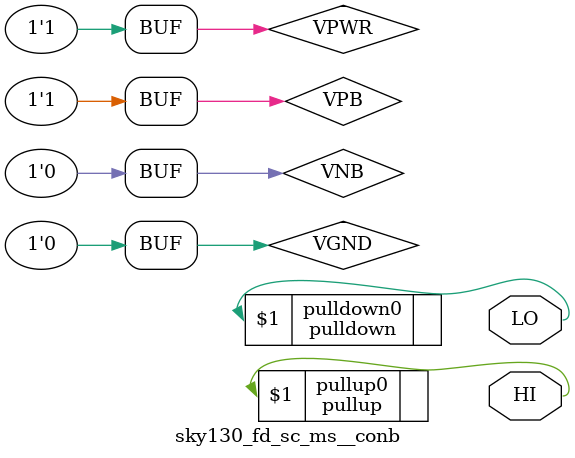
<source format=v>
/*
 * Copyright 2020 The SkyWater PDK Authors
 *
 * Licensed under the Apache License, Version 2.0 (the "License");
 * you may not use this file except in compliance with the License.
 * You may obtain a copy of the License at
 *
 *     https://www.apache.org/licenses/LICENSE-2.0
 *
 * Unless required by applicable law or agreed to in writing, software
 * distributed under the License is distributed on an "AS IS" BASIS,
 * WITHOUT WARRANTIES OR CONDITIONS OF ANY KIND, either express or implied.
 * See the License for the specific language governing permissions and
 * limitations under the License.
 *
 * SPDX-License-Identifier: Apache-2.0
*/


`ifndef SKY130_FD_SC_MS__CONB_TIMING_V
`define SKY130_FD_SC_MS__CONB_TIMING_V

/**
 * conb: Constant value, low, high outputs.
 *
 * Verilog simulation timing model.
 */

`timescale 1ns / 1ps
`default_nettype none

`celldefine
module sky130_fd_sc_ms__conb (
    HI,
    LO
);

    // Module ports
    output HI;
    output LO;

    // Module supplies
    supply1 VPWR;
    supply0 VGND;
    supply1 VPB ;
    supply0 VNB ;

    //       Name       Output
    pullup   pullup0   (HI    );
    pulldown pulldown0 (LO    );

endmodule
`endcelldefine

`default_nettype wire
`endif  // SKY130_FD_SC_MS__CONB_TIMING_V

</source>
